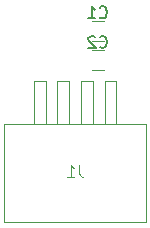
<source format=gbr>
%TF.GenerationSoftware,KiCad,Pcbnew,7.0.5*%
%TF.CreationDate,2023-06-16T14:54:11+02:00*%
%TF.ProjectId,carte_interface_connecteur_grove_pour_capteur,63617274-655f-4696-9e74-657266616365,rev?*%
%TF.SameCoordinates,Original*%
%TF.FileFunction,Legend,Bot*%
%TF.FilePolarity,Positive*%
%FSLAX46Y46*%
G04 Gerber Fmt 4.6, Leading zero omitted, Abs format (unit mm)*
G04 Created by KiCad (PCBNEW 7.0.5) date 2023-06-16 14:54:11*
%MOMM*%
%LPD*%
G01*
G04 APERTURE LIST*
%ADD10C,0.100000*%
%ADD11C,0.150000*%
%ADD12C,0.120000*%
G04 APERTURE END LIST*
D10*
%TO.C,J1*%
X122165333Y-233561419D02*
X122165333Y-234275704D01*
X122165333Y-234275704D02*
X122212952Y-234418561D01*
X122212952Y-234418561D02*
X122308190Y-234513800D01*
X122308190Y-234513800D02*
X122451047Y-234561419D01*
X122451047Y-234561419D02*
X122546285Y-234561419D01*
X121165333Y-234561419D02*
X121736761Y-234561419D01*
X121451047Y-234561419D02*
X121451047Y-233561419D01*
X121451047Y-233561419D02*
X121546285Y-233704276D01*
X121546285Y-233704276D02*
X121641523Y-233799514D01*
X121641523Y-233799514D02*
X121736761Y-233847133D01*
D11*
%TO.C,C2*%
X123914666Y-223563580D02*
X123962285Y-223611200D01*
X123962285Y-223611200D02*
X124105142Y-223658819D01*
X124105142Y-223658819D02*
X124200380Y-223658819D01*
X124200380Y-223658819D02*
X124343237Y-223611200D01*
X124343237Y-223611200D02*
X124438475Y-223515961D01*
X124438475Y-223515961D02*
X124486094Y-223420723D01*
X124486094Y-223420723D02*
X124533713Y-223230247D01*
X124533713Y-223230247D02*
X124533713Y-223087390D01*
X124533713Y-223087390D02*
X124486094Y-222896914D01*
X124486094Y-222896914D02*
X124438475Y-222801676D01*
X124438475Y-222801676D02*
X124343237Y-222706438D01*
X124343237Y-222706438D02*
X124200380Y-222658819D01*
X124200380Y-222658819D02*
X124105142Y-222658819D01*
X124105142Y-222658819D02*
X123962285Y-222706438D01*
X123962285Y-222706438D02*
X123914666Y-222754057D01*
X123533713Y-222754057D02*
X123486094Y-222706438D01*
X123486094Y-222706438D02*
X123390856Y-222658819D01*
X123390856Y-222658819D02*
X123152761Y-222658819D01*
X123152761Y-222658819D02*
X123057523Y-222706438D01*
X123057523Y-222706438D02*
X123009904Y-222754057D01*
X123009904Y-222754057D02*
X122962285Y-222849295D01*
X122962285Y-222849295D02*
X122962285Y-222944533D01*
X122962285Y-222944533D02*
X123009904Y-223087390D01*
X123009904Y-223087390D02*
X123581332Y-223658819D01*
X123581332Y-223658819D02*
X122962285Y-223658819D01*
%TO.C,C1*%
X123914666Y-221063580D02*
X123962285Y-221111200D01*
X123962285Y-221111200D02*
X124105142Y-221158819D01*
X124105142Y-221158819D02*
X124200380Y-221158819D01*
X124200380Y-221158819D02*
X124343237Y-221111200D01*
X124343237Y-221111200D02*
X124438475Y-221015961D01*
X124438475Y-221015961D02*
X124486094Y-220920723D01*
X124486094Y-220920723D02*
X124533713Y-220730247D01*
X124533713Y-220730247D02*
X124533713Y-220587390D01*
X124533713Y-220587390D02*
X124486094Y-220396914D01*
X124486094Y-220396914D02*
X124438475Y-220301676D01*
X124438475Y-220301676D02*
X124343237Y-220206438D01*
X124343237Y-220206438D02*
X124200380Y-220158819D01*
X124200380Y-220158819D02*
X124105142Y-220158819D01*
X124105142Y-220158819D02*
X123962285Y-220206438D01*
X123962285Y-220206438D02*
X123914666Y-220254057D01*
X122962285Y-221158819D02*
X123533713Y-221158819D01*
X123247999Y-221158819D02*
X123247999Y-220158819D01*
X123247999Y-220158819D02*
X123343237Y-220301676D01*
X123343237Y-220301676D02*
X123438475Y-220396914D01*
X123438475Y-220396914D02*
X123533713Y-220444533D01*
D10*
%TO.C,J1*%
X125332000Y-230104000D02*
X125332000Y-226504000D01*
X125332000Y-226504000D02*
X124332000Y-226504000D01*
X124332000Y-230104000D02*
X124332000Y-226504000D01*
X123332000Y-230104000D02*
X123332000Y-226504000D01*
X123332000Y-226504000D02*
X122332000Y-226504000D01*
X122332000Y-230104000D02*
X122332000Y-226504000D01*
X121332000Y-230104000D02*
X121332000Y-226504000D01*
X121332000Y-226504000D02*
X120332000Y-226504000D01*
X120332000Y-230104000D02*
X120332000Y-226504000D01*
X119332000Y-230104000D02*
X119332000Y-226504000D01*
X119332000Y-226504000D02*
X118332000Y-226504000D01*
X118332000Y-230104000D02*
X118332000Y-226504000D01*
X127832000Y-230104000D02*
X115832000Y-230104000D01*
X115832000Y-230104000D02*
X115832000Y-238404000D01*
X115832000Y-238404000D02*
X127832000Y-238404000D01*
X127832000Y-238404000D02*
X127832000Y-230104000D01*
D12*
%TO.C,C2*%
X124248000Y-225554000D02*
X123248000Y-225554000D01*
X123248000Y-223854000D02*
X124248000Y-223854000D01*
%TO.C,C1*%
X124248000Y-223054000D02*
X123248000Y-223054000D01*
X123248000Y-221354000D02*
X124248000Y-221354000D01*
%TD*%
M02*

</source>
